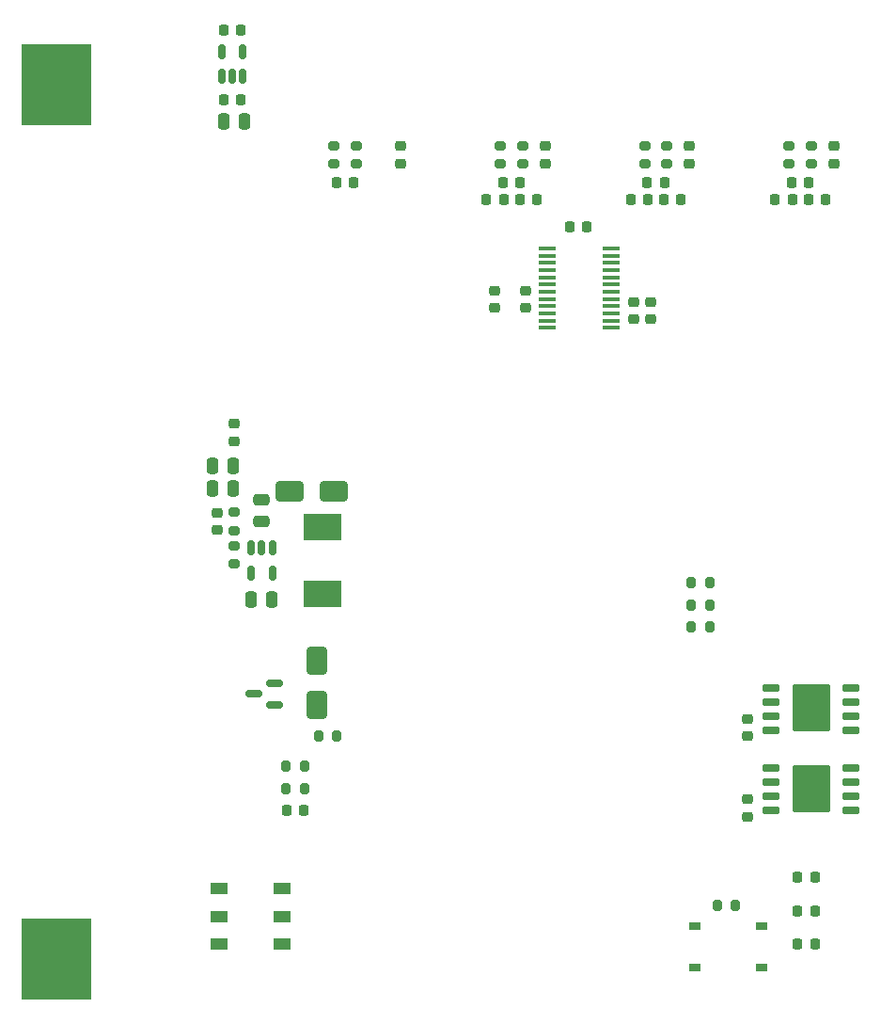
<source format=gbr>
%TF.GenerationSoftware,KiCad,Pcbnew,7.0.6*%
%TF.CreationDate,2024-06-14T01:31:41+02:00*%
%TF.ProjectId,SoliDAQ,536f6c69-4441-4512-9e6b-696361645f70,rev?*%
%TF.SameCoordinates,Original*%
%TF.FileFunction,Paste,Top*%
%TF.FilePolarity,Positive*%
%FSLAX46Y46*%
G04 Gerber Fmt 4.6, Leading zero omitted, Abs format (unit mm)*
G04 Created by KiCad (PCBNEW 7.0.6) date 2024-06-14 01:31:41*
%MOMM*%
%LPD*%
G01*
G04 APERTURE LIST*
G04 Aperture macros list*
%AMRoundRect*
0 Rectangle with rounded corners*
0 $1 Rounding radius*
0 $2 $3 $4 $5 $6 $7 $8 $9 X,Y pos of 4 corners*
0 Add a 4 corners polygon primitive as box body*
4,1,4,$2,$3,$4,$5,$6,$7,$8,$9,$2,$3,0*
0 Add four circle primitives for the rounded corners*
1,1,$1+$1,$2,$3*
1,1,$1+$1,$4,$5*
1,1,$1+$1,$6,$7*
1,1,$1+$1,$8,$9*
0 Add four rect primitives between the rounded corners*
20,1,$1+$1,$2,$3,$4,$5,0*
20,1,$1+$1,$4,$5,$6,$7,0*
20,1,$1+$1,$6,$7,$8,$9,0*
20,1,$1+$1,$8,$9,$2,$3,0*%
G04 Aperture macros list end*
%ADD10RoundRect,0.250000X-0.250000X-0.475000X0.250000X-0.475000X0.250000X0.475000X-0.250000X0.475000X0*%
%ADD11RoundRect,0.225000X-0.250000X0.225000X-0.250000X-0.225000X0.250000X-0.225000X0.250000X0.225000X0*%
%ADD12RoundRect,0.225000X0.250000X-0.225000X0.250000X0.225000X-0.250000X0.225000X-0.250000X-0.225000X0*%
%ADD13RoundRect,0.200000X0.275000X-0.200000X0.275000X0.200000X-0.275000X0.200000X-0.275000X-0.200000X0*%
%ADD14RoundRect,0.218750X-0.218750X-0.256250X0.218750X-0.256250X0.218750X0.256250X-0.218750X0.256250X0*%
%ADD15RoundRect,0.200000X0.200000X0.275000X-0.200000X0.275000X-0.200000X-0.275000X0.200000X-0.275000X0*%
%ADD16RoundRect,0.250000X0.250000X0.475000X-0.250000X0.475000X-0.250000X-0.475000X0.250000X-0.475000X0*%
%ADD17RoundRect,0.200000X-0.200000X-0.275000X0.200000X-0.275000X0.200000X0.275000X-0.200000X0.275000X0*%
%ADD18RoundRect,0.250000X-0.475000X0.250000X-0.475000X-0.250000X0.475000X-0.250000X0.475000X0.250000X0*%
%ADD19RoundRect,0.218750X0.256250X-0.218750X0.256250X0.218750X-0.256250X0.218750X-0.256250X-0.218750X0*%
%ADD20RoundRect,0.150000X0.587500X0.150000X-0.587500X0.150000X-0.587500X-0.150000X0.587500X-0.150000X0*%
%ADD21RoundRect,0.250000X-0.650000X1.000000X-0.650000X-1.000000X0.650000X-1.000000X0.650000X1.000000X0*%
%ADD22RoundRect,0.250000X-1.000000X-0.650000X1.000000X-0.650000X1.000000X0.650000X-1.000000X0.650000X0*%
%ADD23RoundRect,0.225000X0.225000X0.250000X-0.225000X0.250000X-0.225000X-0.250000X0.225000X-0.250000X0*%
%ADD24RoundRect,0.225000X-0.225000X-0.250000X0.225000X-0.250000X0.225000X0.250000X-0.225000X0.250000X0*%
%ADD25R,1.500000X1.000000*%
%ADD26R,3.500000X2.350000*%
%ADD27RoundRect,0.150000X0.650000X0.150000X-0.650000X0.150000X-0.650000X-0.150000X0.650000X-0.150000X0*%
%ADD28RoundRect,0.170000X1.530000X1.980000X-1.530000X1.980000X-1.530000X-1.980000X1.530000X-1.980000X0*%
%ADD29RoundRect,0.200000X-0.275000X0.200000X-0.275000X-0.200000X0.275000X-0.200000X0.275000X0.200000X0*%
%ADD30R,1.000000X0.750000*%
%ADD31RoundRect,0.150000X0.150000X-0.512500X0.150000X0.512500X-0.150000X0.512500X-0.150000X-0.512500X0*%
%ADD32R,6.350000X7.340000*%
%ADD33RoundRect,0.102500X0.642500X0.102500X-0.642500X0.102500X-0.642500X-0.102500X0.642500X-0.102500X0*%
%ADD34RoundRect,0.102500X-0.642500X-0.102500X0.642500X-0.102500X0.642500X0.102500X-0.642500X0.102500X0*%
%ADD35RoundRect,0.150000X-0.150000X0.512500X-0.150000X-0.512500X0.150000X-0.512500X0.150000X0.512500X0*%
G04 APERTURE END LIST*
D10*
%TO.C,C30*%
X111050000Y-69000000D03*
X112950000Y-69000000D03*
%TD*%
D11*
%TO.C,C29*%
X135500000Y-85775000D03*
X135500000Y-84225000D03*
%TD*%
D12*
%TO.C,C27*%
X158250000Y-124275000D03*
X158250000Y-122725000D03*
%TD*%
D13*
%TO.C,R9*%
X136000000Y-72825000D03*
X136000000Y-71175000D03*
%TD*%
D14*
%TO.C,D3*%
X162750000Y-140000000D03*
X164325000Y-140000000D03*
%TD*%
D11*
%TO.C,C2*%
X166000000Y-71225000D03*
X166000000Y-72775000D03*
%TD*%
D15*
%TO.C,R2*%
X118325000Y-129000000D03*
X116675000Y-129000000D03*
%TD*%
D11*
%TO.C,C26*%
X148000000Y-85225000D03*
X148000000Y-86775000D03*
%TD*%
D16*
%TO.C,C20*%
X111950000Y-102000000D03*
X110050000Y-102000000D03*
%TD*%
D17*
%TO.C,R16*%
X153175000Y-110500000D03*
X154825000Y-110500000D03*
%TD*%
D11*
%TO.C,C16*%
X127000000Y-71225000D03*
X127000000Y-72775000D03*
%TD*%
D13*
%TO.C,R12*%
X123000000Y-72825000D03*
X123000000Y-71175000D03*
%TD*%
D14*
%TO.C,D4*%
X162750000Y-143000000D03*
X164325000Y-143000000D03*
%TD*%
D18*
%TO.C,C22*%
X114500000Y-103050000D03*
X114500000Y-104950000D03*
%TD*%
D19*
%TO.C,F1*%
X112000000Y-97787500D03*
X112000000Y-96212500D03*
%TD*%
D20*
%TO.C,Q1*%
X115687500Y-121450000D03*
X115687500Y-119550000D03*
X113812500Y-120500000D03*
%TD*%
D11*
%TO.C,C3*%
X153000000Y-71225000D03*
X153000000Y-72775000D03*
%TD*%
D21*
%TO.C,D1*%
X119500000Y-117500000D03*
X119500000Y-121500000D03*
%TD*%
D22*
%TO.C,D2*%
X117000000Y-102250000D03*
X121000000Y-102250000D03*
%TD*%
D12*
%TO.C,C25*%
X138250000Y-84225000D03*
X138250000Y-85775000D03*
%TD*%
D23*
%TO.C,C28*%
X143775000Y-78500000D03*
X142225000Y-78500000D03*
%TD*%
D24*
%TO.C,C14*%
X111087500Y-67050000D03*
X112637500Y-67050000D03*
%TD*%
D23*
%TO.C,C12*%
X137775000Y-74500000D03*
X136225000Y-74500000D03*
%TD*%
D11*
%TO.C,C24*%
X149500000Y-85225000D03*
X149500000Y-86775000D03*
%TD*%
D25*
%TO.C,SW1*%
X110640000Y-143000000D03*
X110640000Y-140500000D03*
X110640000Y-138000000D03*
X116360000Y-143000000D03*
X116360000Y-140500000D03*
X116360000Y-138000000D03*
%TD*%
D23*
%TO.C,C6*%
X163775000Y-74500000D03*
X162225000Y-74500000D03*
%TD*%
D11*
%TO.C,C19*%
X110500000Y-104225000D03*
X110500000Y-105775000D03*
%TD*%
D24*
%TO.C,C15*%
X111087500Y-60750000D03*
X112637500Y-60750000D03*
%TD*%
D23*
%TO.C,C5*%
X165275000Y-76000000D03*
X163725000Y-76000000D03*
%TD*%
D26*
%TO.C,L1*%
X120000000Y-111525000D03*
X120000000Y-105475000D03*
%TD*%
D27*
%TO.C,U5*%
X167600000Y-131005000D03*
X167600000Y-129735000D03*
X167600000Y-128465000D03*
X167600000Y-127195000D03*
X160400000Y-127195000D03*
X160400000Y-128465000D03*
X160400000Y-129735000D03*
X160400000Y-131005000D03*
D28*
X164000000Y-129000000D03*
%TD*%
D29*
%TO.C,R11*%
X121000000Y-71175000D03*
X121000000Y-72825000D03*
%TD*%
D30*
%TO.C,SW2*%
X153500000Y-141375000D03*
X159500000Y-141375000D03*
X153500000Y-145125000D03*
X159500000Y-145125000D03*
%TD*%
D23*
%TO.C,C13*%
X136275000Y-76000000D03*
X134725000Y-76000000D03*
%TD*%
D13*
%TO.C,R7*%
X149000000Y-72825000D03*
X149000000Y-71175000D03*
%TD*%
D17*
%TO.C,R1*%
X116675000Y-127000000D03*
X118325000Y-127000000D03*
%TD*%
D23*
%TO.C,C9*%
X150775000Y-74500000D03*
X149225000Y-74500000D03*
%TD*%
%TO.C,C10*%
X149275000Y-76000000D03*
X147725000Y-76000000D03*
%TD*%
D27*
%TO.C,U3*%
X167600000Y-123755000D03*
X167600000Y-122485000D03*
X167600000Y-121215000D03*
X167600000Y-119945000D03*
X160400000Y-119945000D03*
X160400000Y-121215000D03*
X160400000Y-122485000D03*
X160400000Y-123755000D03*
D28*
X164000000Y-121750000D03*
%TD*%
D23*
%TO.C,C8*%
X152275000Y-76000000D03*
X150725000Y-76000000D03*
%TD*%
%TO.C,C7*%
X162275000Y-76000000D03*
X160725000Y-76000000D03*
%TD*%
D17*
%TO.C,R15*%
X153175000Y-112500000D03*
X154825000Y-112500000D03*
%TD*%
D31*
%TO.C,U1*%
X110912500Y-64975000D03*
X111862500Y-64975000D03*
X112812500Y-64975000D03*
X112812500Y-62700000D03*
X110912500Y-62700000D03*
%TD*%
D29*
%TO.C,R14*%
X112000000Y-107175000D03*
X112000000Y-108825000D03*
%TD*%
D16*
%TO.C,C21*%
X111950000Y-100000000D03*
X110050000Y-100000000D03*
%TD*%
D12*
%TO.C,C23*%
X158250000Y-131525000D03*
X158250000Y-129975000D03*
%TD*%
D14*
%TO.C,D5*%
X162750000Y-137000000D03*
X164325000Y-137000000D03*
%TD*%
D17*
%TO.C,R10*%
X155500000Y-139500000D03*
X157150000Y-139500000D03*
%TD*%
D32*
%TO.C,J3*%
X96000000Y-144330000D03*
X96000000Y-65670000D03*
%TD*%
D23*
%TO.C,C1*%
X118275000Y-131000000D03*
X116725000Y-131000000D03*
%TD*%
D29*
%TO.C,R4*%
X164000000Y-71175000D03*
X164000000Y-72825000D03*
%TD*%
D33*
%TO.C,U4*%
X145945000Y-87575000D03*
X145945000Y-86925000D03*
X145945000Y-86275000D03*
X145945000Y-85625000D03*
X145945000Y-84975000D03*
X145945000Y-84325000D03*
X145945000Y-83675000D03*
X145945000Y-83025000D03*
X145945000Y-82375000D03*
X145945000Y-81725000D03*
X145945000Y-81075000D03*
X145945000Y-80425000D03*
D34*
X140205000Y-80425000D03*
X140205000Y-81075000D03*
X140205000Y-81725000D03*
X140205000Y-82375000D03*
X140205000Y-83025000D03*
X140205000Y-83675000D03*
X140205000Y-84325000D03*
X140205000Y-84975000D03*
X140205000Y-85625000D03*
X140205000Y-86275000D03*
X140205000Y-86925000D03*
X140205000Y-87575000D03*
%TD*%
D16*
%TO.C,C17*%
X115400000Y-112000000D03*
X113500000Y-112000000D03*
%TD*%
D11*
%TO.C,C4*%
X140000000Y-71225000D03*
X140000000Y-72775000D03*
%TD*%
D29*
%TO.C,R8*%
X138000000Y-71175000D03*
X138000000Y-72825000D03*
%TD*%
D23*
%TO.C,C11*%
X139275000Y-76000000D03*
X137725000Y-76000000D03*
%TD*%
D13*
%TO.C,R5*%
X162000000Y-72825000D03*
X162000000Y-71175000D03*
%TD*%
D29*
%TO.C,R13*%
X112000000Y-104175000D03*
X112000000Y-105825000D03*
%TD*%
D17*
%TO.C,R17*%
X153175000Y-114500000D03*
X154825000Y-114500000D03*
%TD*%
D23*
%TO.C,C18*%
X122775000Y-74500000D03*
X121225000Y-74500000D03*
%TD*%
D17*
%TO.C,R3*%
X119600000Y-124250000D03*
X121250000Y-124250000D03*
%TD*%
D29*
%TO.C,R6*%
X151000000Y-71175000D03*
X151000000Y-72825000D03*
%TD*%
D35*
%TO.C,U2*%
X115450000Y-107362500D03*
X114500000Y-107362500D03*
X113550000Y-107362500D03*
X113550000Y-109637500D03*
X115450000Y-109637500D03*
%TD*%
M02*

</source>
